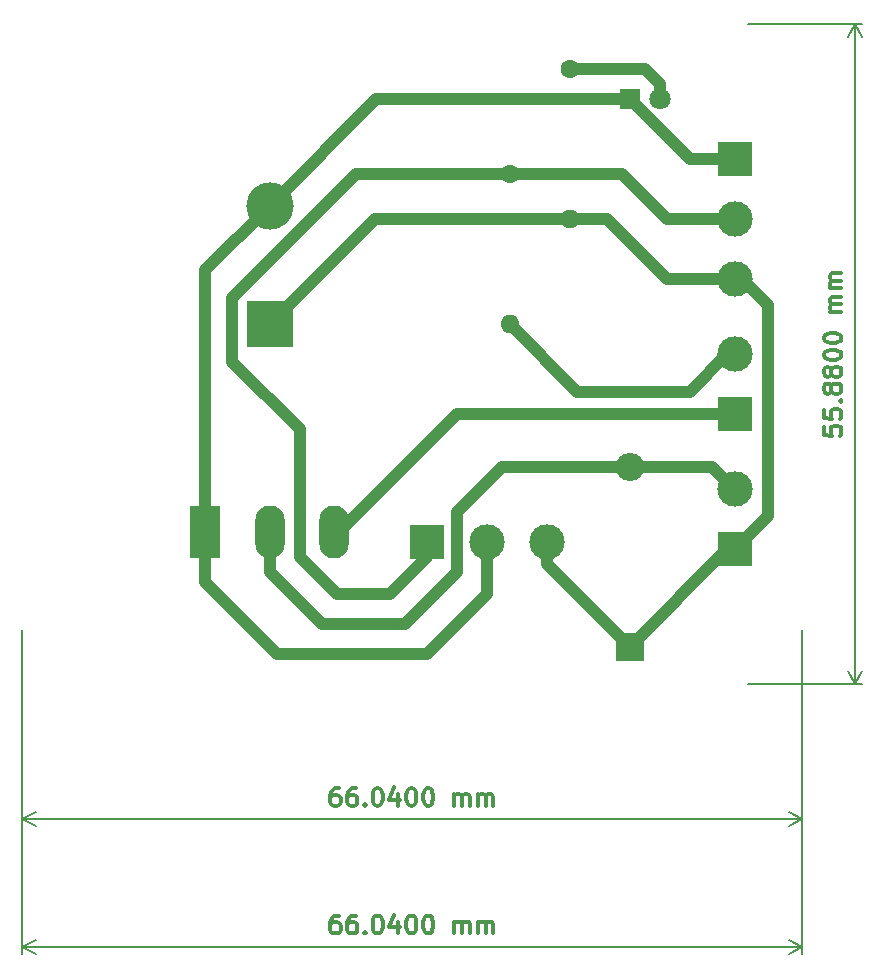
<source format=gtl>
%TF.GenerationSoftware,KiCad,Pcbnew,(6.0.9)*%
%TF.CreationDate,2022-12-04T21:38:45+11:00*%
%TF.ProjectId,Coilgun 1.3,436f696c-6775-46e2-9031-2e332e6b6963,1.3*%
%TF.SameCoordinates,Original*%
%TF.FileFunction,Copper,L1,Top*%
%TF.FilePolarity,Positive*%
%FSLAX46Y46*%
G04 Gerber Fmt 4.6, Leading zero omitted, Abs format (unit mm)*
G04 Created by KiCad (PCBNEW (6.0.9)) date 2022-12-04 21:38:45*
%MOMM*%
%LPD*%
G01*
G04 APERTURE LIST*
%ADD10C,0.300000*%
%TA.AperFunction,NonConductor*%
%ADD11C,0.300000*%
%TD*%
%TA.AperFunction,NonConductor*%
%ADD12C,0.200000*%
%TD*%
%TA.AperFunction,ComponentPad*%
%ADD13R,2.400000X2.400000*%
%TD*%
%TA.AperFunction,ComponentPad*%
%ADD14O,2.400000X2.400000*%
%TD*%
%TA.AperFunction,ComponentPad*%
%ADD15C,1.600000*%
%TD*%
%TA.AperFunction,ComponentPad*%
%ADD16O,1.600000X1.600000*%
%TD*%
%TA.AperFunction,ComponentPad*%
%ADD17R,1.800000X1.800000*%
%TD*%
%TA.AperFunction,ComponentPad*%
%ADD18C,1.800000*%
%TD*%
%TA.AperFunction,ComponentPad*%
%ADD19R,3.000000X3.000000*%
%TD*%
%TA.AperFunction,ComponentPad*%
%ADD20C,3.000000*%
%TD*%
%TA.AperFunction,ComponentPad*%
%ADD21R,4.000000X4.000000*%
%TD*%
%TA.AperFunction,ComponentPad*%
%ADD22C,4.000000*%
%TD*%
%TA.AperFunction,ComponentPad*%
%ADD23R,2.500000X4.500000*%
%TD*%
%TA.AperFunction,ComponentPad*%
%ADD24O,2.500000X4.500000*%
%TD*%
%TA.AperFunction,Conductor*%
%ADD25C,1.000000*%
%TD*%
G04 APERTURE END LIST*
D10*
D11*
X156345714Y-136443571D02*
X156060000Y-136443571D01*
X155917142Y-136515000D01*
X155845714Y-136586428D01*
X155702857Y-136800714D01*
X155631428Y-137086428D01*
X155631428Y-137657857D01*
X155702857Y-137800714D01*
X155774285Y-137872142D01*
X155917142Y-137943571D01*
X156202857Y-137943571D01*
X156345714Y-137872142D01*
X156417142Y-137800714D01*
X156488571Y-137657857D01*
X156488571Y-137300714D01*
X156417142Y-137157857D01*
X156345714Y-137086428D01*
X156202857Y-137015000D01*
X155917142Y-137015000D01*
X155774285Y-137086428D01*
X155702857Y-137157857D01*
X155631428Y-137300714D01*
X157774285Y-136443571D02*
X157488571Y-136443571D01*
X157345714Y-136515000D01*
X157274285Y-136586428D01*
X157131428Y-136800714D01*
X157060000Y-137086428D01*
X157060000Y-137657857D01*
X157131428Y-137800714D01*
X157202857Y-137872142D01*
X157345714Y-137943571D01*
X157631428Y-137943571D01*
X157774285Y-137872142D01*
X157845714Y-137800714D01*
X157917142Y-137657857D01*
X157917142Y-137300714D01*
X157845714Y-137157857D01*
X157774285Y-137086428D01*
X157631428Y-137015000D01*
X157345714Y-137015000D01*
X157202857Y-137086428D01*
X157131428Y-137157857D01*
X157060000Y-137300714D01*
X158560000Y-137800714D02*
X158631428Y-137872142D01*
X158560000Y-137943571D01*
X158488571Y-137872142D01*
X158560000Y-137800714D01*
X158560000Y-137943571D01*
X159560000Y-136443571D02*
X159702857Y-136443571D01*
X159845714Y-136515000D01*
X159917142Y-136586428D01*
X159988571Y-136729285D01*
X160060000Y-137015000D01*
X160060000Y-137372142D01*
X159988571Y-137657857D01*
X159917142Y-137800714D01*
X159845714Y-137872142D01*
X159702857Y-137943571D01*
X159560000Y-137943571D01*
X159417142Y-137872142D01*
X159345714Y-137800714D01*
X159274285Y-137657857D01*
X159202857Y-137372142D01*
X159202857Y-137015000D01*
X159274285Y-136729285D01*
X159345714Y-136586428D01*
X159417142Y-136515000D01*
X159560000Y-136443571D01*
X161345714Y-136943571D02*
X161345714Y-137943571D01*
X160988571Y-136372142D02*
X160631428Y-137443571D01*
X161560000Y-137443571D01*
X162417142Y-136443571D02*
X162560000Y-136443571D01*
X162702857Y-136515000D01*
X162774285Y-136586428D01*
X162845714Y-136729285D01*
X162917142Y-137015000D01*
X162917142Y-137372142D01*
X162845714Y-137657857D01*
X162774285Y-137800714D01*
X162702857Y-137872142D01*
X162560000Y-137943571D01*
X162417142Y-137943571D01*
X162274285Y-137872142D01*
X162202857Y-137800714D01*
X162131428Y-137657857D01*
X162060000Y-137372142D01*
X162060000Y-137015000D01*
X162131428Y-136729285D01*
X162202857Y-136586428D01*
X162274285Y-136515000D01*
X162417142Y-136443571D01*
X163845714Y-136443571D02*
X163988571Y-136443571D01*
X164131428Y-136515000D01*
X164202857Y-136586428D01*
X164274285Y-136729285D01*
X164345714Y-137015000D01*
X164345714Y-137372142D01*
X164274285Y-137657857D01*
X164202857Y-137800714D01*
X164131428Y-137872142D01*
X163988571Y-137943571D01*
X163845714Y-137943571D01*
X163702857Y-137872142D01*
X163631428Y-137800714D01*
X163560000Y-137657857D01*
X163488571Y-137372142D01*
X163488571Y-137015000D01*
X163560000Y-136729285D01*
X163631428Y-136586428D01*
X163702857Y-136515000D01*
X163845714Y-136443571D01*
X166131428Y-137943571D02*
X166131428Y-136943571D01*
X166131428Y-137086428D02*
X166202857Y-137015000D01*
X166345714Y-136943571D01*
X166560000Y-136943571D01*
X166702857Y-137015000D01*
X166774285Y-137157857D01*
X166774285Y-137943571D01*
X166774285Y-137157857D02*
X166845714Y-137015000D01*
X166988571Y-136943571D01*
X167202857Y-136943571D01*
X167345714Y-137015000D01*
X167417142Y-137157857D01*
X167417142Y-137943571D01*
X168131428Y-137943571D02*
X168131428Y-136943571D01*
X168131428Y-137086428D02*
X168202857Y-137015000D01*
X168345714Y-136943571D01*
X168560000Y-136943571D01*
X168702857Y-137015000D01*
X168774285Y-137157857D01*
X168774285Y-137943571D01*
X168774285Y-137157857D02*
X168845714Y-137015000D01*
X168988571Y-136943571D01*
X169202857Y-136943571D01*
X169345714Y-137015000D01*
X169417142Y-137157857D01*
X169417142Y-137943571D01*
D12*
X195580000Y-112260000D02*
X195580000Y-139651420D01*
X129540000Y-112260000D02*
X129540000Y-139651420D01*
X195580000Y-139065000D02*
X129540000Y-139065000D01*
X195580000Y-139065000D02*
X129540000Y-139065000D01*
X195580000Y-139065000D02*
X194453496Y-138478579D01*
X195580000Y-139065000D02*
X194453496Y-139651421D01*
X129540000Y-139065000D02*
X130666504Y-139651421D01*
X129540000Y-139065000D02*
X130666504Y-138478579D01*
D10*
D11*
X197403571Y-95042857D02*
X197403571Y-95757142D01*
X198117857Y-95828571D01*
X198046428Y-95757142D01*
X197975000Y-95614285D01*
X197975000Y-95257142D01*
X198046428Y-95114285D01*
X198117857Y-95042857D01*
X198260714Y-94971428D01*
X198617857Y-94971428D01*
X198760714Y-95042857D01*
X198832142Y-95114285D01*
X198903571Y-95257142D01*
X198903571Y-95614285D01*
X198832142Y-95757142D01*
X198760714Y-95828571D01*
X197403571Y-93614285D02*
X197403571Y-94328571D01*
X198117857Y-94400000D01*
X198046428Y-94328571D01*
X197975000Y-94185714D01*
X197975000Y-93828571D01*
X198046428Y-93685714D01*
X198117857Y-93614285D01*
X198260714Y-93542857D01*
X198617857Y-93542857D01*
X198760714Y-93614285D01*
X198832142Y-93685714D01*
X198903571Y-93828571D01*
X198903571Y-94185714D01*
X198832142Y-94328571D01*
X198760714Y-94400000D01*
X198760714Y-92900000D02*
X198832142Y-92828571D01*
X198903571Y-92900000D01*
X198832142Y-92971428D01*
X198760714Y-92900000D01*
X198903571Y-92900000D01*
X198046428Y-91971428D02*
X197975000Y-92114285D01*
X197903571Y-92185714D01*
X197760714Y-92257142D01*
X197689285Y-92257142D01*
X197546428Y-92185714D01*
X197475000Y-92114285D01*
X197403571Y-91971428D01*
X197403571Y-91685714D01*
X197475000Y-91542857D01*
X197546428Y-91471428D01*
X197689285Y-91400000D01*
X197760714Y-91400000D01*
X197903571Y-91471428D01*
X197975000Y-91542857D01*
X198046428Y-91685714D01*
X198046428Y-91971428D01*
X198117857Y-92114285D01*
X198189285Y-92185714D01*
X198332142Y-92257142D01*
X198617857Y-92257142D01*
X198760714Y-92185714D01*
X198832142Y-92114285D01*
X198903571Y-91971428D01*
X198903571Y-91685714D01*
X198832142Y-91542857D01*
X198760714Y-91471428D01*
X198617857Y-91400000D01*
X198332142Y-91400000D01*
X198189285Y-91471428D01*
X198117857Y-91542857D01*
X198046428Y-91685714D01*
X198046428Y-90542857D02*
X197975000Y-90685714D01*
X197903571Y-90757142D01*
X197760714Y-90828571D01*
X197689285Y-90828571D01*
X197546428Y-90757142D01*
X197475000Y-90685714D01*
X197403571Y-90542857D01*
X197403571Y-90257142D01*
X197475000Y-90114285D01*
X197546428Y-90042857D01*
X197689285Y-89971428D01*
X197760714Y-89971428D01*
X197903571Y-90042857D01*
X197975000Y-90114285D01*
X198046428Y-90257142D01*
X198046428Y-90542857D01*
X198117857Y-90685714D01*
X198189285Y-90757142D01*
X198332142Y-90828571D01*
X198617857Y-90828571D01*
X198760714Y-90757142D01*
X198832142Y-90685714D01*
X198903571Y-90542857D01*
X198903571Y-90257142D01*
X198832142Y-90114285D01*
X198760714Y-90042857D01*
X198617857Y-89971428D01*
X198332142Y-89971428D01*
X198189285Y-90042857D01*
X198117857Y-90114285D01*
X198046428Y-90257142D01*
X197403571Y-89042857D02*
X197403571Y-88900000D01*
X197475000Y-88757142D01*
X197546428Y-88685714D01*
X197689285Y-88614285D01*
X197975000Y-88542857D01*
X198332142Y-88542857D01*
X198617857Y-88614285D01*
X198760714Y-88685714D01*
X198832142Y-88757142D01*
X198903571Y-88900000D01*
X198903571Y-89042857D01*
X198832142Y-89185714D01*
X198760714Y-89257142D01*
X198617857Y-89328571D01*
X198332142Y-89400000D01*
X197975000Y-89400000D01*
X197689285Y-89328571D01*
X197546428Y-89257142D01*
X197475000Y-89185714D01*
X197403571Y-89042857D01*
X197403571Y-87614285D02*
X197403571Y-87471428D01*
X197475000Y-87328571D01*
X197546428Y-87257142D01*
X197689285Y-87185714D01*
X197975000Y-87114285D01*
X198332142Y-87114285D01*
X198617857Y-87185714D01*
X198760714Y-87257142D01*
X198832142Y-87328571D01*
X198903571Y-87471428D01*
X198903571Y-87614285D01*
X198832142Y-87757142D01*
X198760714Y-87828571D01*
X198617857Y-87900000D01*
X198332142Y-87971428D01*
X197975000Y-87971428D01*
X197689285Y-87900000D01*
X197546428Y-87828571D01*
X197475000Y-87757142D01*
X197403571Y-87614285D01*
X198903571Y-85328571D02*
X197903571Y-85328571D01*
X198046428Y-85328571D02*
X197975000Y-85257142D01*
X197903571Y-85114285D01*
X197903571Y-84900000D01*
X197975000Y-84757142D01*
X198117857Y-84685714D01*
X198903571Y-84685714D01*
X198117857Y-84685714D02*
X197975000Y-84614285D01*
X197903571Y-84471428D01*
X197903571Y-84257142D01*
X197975000Y-84114285D01*
X198117857Y-84042857D01*
X198903571Y-84042857D01*
X198903571Y-83328571D02*
X197903571Y-83328571D01*
X198046428Y-83328571D02*
X197975000Y-83257142D01*
X197903571Y-83114285D01*
X197903571Y-82900000D01*
X197975000Y-82757142D01*
X198117857Y-82685714D01*
X198903571Y-82685714D01*
X198117857Y-82685714D02*
X197975000Y-82614285D01*
X197903571Y-82471428D01*
X197903571Y-82257142D01*
X197975000Y-82114285D01*
X198117857Y-82042857D01*
X198903571Y-82042857D01*
D12*
X191000000Y-116840000D02*
X200611420Y-116840000D01*
X191000000Y-60960000D02*
X200611420Y-60960000D01*
X200025000Y-116840000D02*
X200025000Y-60960000D01*
X200025000Y-116840000D02*
X200025000Y-60960000D01*
X200025000Y-116840000D02*
X200611421Y-115713496D01*
X200025000Y-116840000D02*
X199438579Y-115713496D01*
X200025000Y-60960000D02*
X199438579Y-62086504D01*
X200025000Y-60960000D02*
X200611421Y-62086504D01*
D10*
D11*
X156345714Y-125648571D02*
X156060000Y-125648571D01*
X155917142Y-125720000D01*
X155845714Y-125791428D01*
X155702857Y-126005714D01*
X155631428Y-126291428D01*
X155631428Y-126862857D01*
X155702857Y-127005714D01*
X155774285Y-127077142D01*
X155917142Y-127148571D01*
X156202857Y-127148571D01*
X156345714Y-127077142D01*
X156417142Y-127005714D01*
X156488571Y-126862857D01*
X156488571Y-126505714D01*
X156417142Y-126362857D01*
X156345714Y-126291428D01*
X156202857Y-126220000D01*
X155917142Y-126220000D01*
X155774285Y-126291428D01*
X155702857Y-126362857D01*
X155631428Y-126505714D01*
X157774285Y-125648571D02*
X157488571Y-125648571D01*
X157345714Y-125720000D01*
X157274285Y-125791428D01*
X157131428Y-126005714D01*
X157060000Y-126291428D01*
X157060000Y-126862857D01*
X157131428Y-127005714D01*
X157202857Y-127077142D01*
X157345714Y-127148571D01*
X157631428Y-127148571D01*
X157774285Y-127077142D01*
X157845714Y-127005714D01*
X157917142Y-126862857D01*
X157917142Y-126505714D01*
X157845714Y-126362857D01*
X157774285Y-126291428D01*
X157631428Y-126220000D01*
X157345714Y-126220000D01*
X157202857Y-126291428D01*
X157131428Y-126362857D01*
X157060000Y-126505714D01*
X158560000Y-127005714D02*
X158631428Y-127077142D01*
X158560000Y-127148571D01*
X158488571Y-127077142D01*
X158560000Y-127005714D01*
X158560000Y-127148571D01*
X159560000Y-125648571D02*
X159702857Y-125648571D01*
X159845714Y-125720000D01*
X159917142Y-125791428D01*
X159988571Y-125934285D01*
X160060000Y-126220000D01*
X160060000Y-126577142D01*
X159988571Y-126862857D01*
X159917142Y-127005714D01*
X159845714Y-127077142D01*
X159702857Y-127148571D01*
X159560000Y-127148571D01*
X159417142Y-127077142D01*
X159345714Y-127005714D01*
X159274285Y-126862857D01*
X159202857Y-126577142D01*
X159202857Y-126220000D01*
X159274285Y-125934285D01*
X159345714Y-125791428D01*
X159417142Y-125720000D01*
X159560000Y-125648571D01*
X161345714Y-126148571D02*
X161345714Y-127148571D01*
X160988571Y-125577142D02*
X160631428Y-126648571D01*
X161560000Y-126648571D01*
X162417142Y-125648571D02*
X162560000Y-125648571D01*
X162702857Y-125720000D01*
X162774285Y-125791428D01*
X162845714Y-125934285D01*
X162917142Y-126220000D01*
X162917142Y-126577142D01*
X162845714Y-126862857D01*
X162774285Y-127005714D01*
X162702857Y-127077142D01*
X162560000Y-127148571D01*
X162417142Y-127148571D01*
X162274285Y-127077142D01*
X162202857Y-127005714D01*
X162131428Y-126862857D01*
X162060000Y-126577142D01*
X162060000Y-126220000D01*
X162131428Y-125934285D01*
X162202857Y-125791428D01*
X162274285Y-125720000D01*
X162417142Y-125648571D01*
X163845714Y-125648571D02*
X163988571Y-125648571D01*
X164131428Y-125720000D01*
X164202857Y-125791428D01*
X164274285Y-125934285D01*
X164345714Y-126220000D01*
X164345714Y-126577142D01*
X164274285Y-126862857D01*
X164202857Y-127005714D01*
X164131428Y-127077142D01*
X163988571Y-127148571D01*
X163845714Y-127148571D01*
X163702857Y-127077142D01*
X163631428Y-127005714D01*
X163560000Y-126862857D01*
X163488571Y-126577142D01*
X163488571Y-126220000D01*
X163560000Y-125934285D01*
X163631428Y-125791428D01*
X163702857Y-125720000D01*
X163845714Y-125648571D01*
X166131428Y-127148571D02*
X166131428Y-126148571D01*
X166131428Y-126291428D02*
X166202857Y-126220000D01*
X166345714Y-126148571D01*
X166560000Y-126148571D01*
X166702857Y-126220000D01*
X166774285Y-126362857D01*
X166774285Y-127148571D01*
X166774285Y-126362857D02*
X166845714Y-126220000D01*
X166988571Y-126148571D01*
X167202857Y-126148571D01*
X167345714Y-126220000D01*
X167417142Y-126362857D01*
X167417142Y-127148571D01*
X168131428Y-127148571D02*
X168131428Y-126148571D01*
X168131428Y-126291428D02*
X168202857Y-126220000D01*
X168345714Y-126148571D01*
X168560000Y-126148571D01*
X168702857Y-126220000D01*
X168774285Y-126362857D01*
X168774285Y-127148571D01*
X168774285Y-126362857D02*
X168845714Y-126220000D01*
X168988571Y-126148571D01*
X169202857Y-126148571D01*
X169345714Y-126220000D01*
X169417142Y-126362857D01*
X169417142Y-127148571D01*
D12*
X195580000Y-113530000D02*
X195580000Y-128856420D01*
X129540000Y-113530000D02*
X129540000Y-128856420D01*
X195580000Y-128270000D02*
X129540000Y-128270000D01*
X195580000Y-128270000D02*
X129540000Y-128270000D01*
X195580000Y-128270000D02*
X194453496Y-127683579D01*
X195580000Y-128270000D02*
X194453496Y-128856421D01*
X129540000Y-128270000D02*
X130666504Y-128856421D01*
X129540000Y-128270000D02*
X130666504Y-127683579D01*
D13*
%TO.P,D3,1,K*%
%TO.N,/+390v*%
X180975000Y-113665000D03*
D14*
%TO.P,D3,2,A*%
%TO.N,/Coil-*%
X180975000Y-98425000D03*
%TD*%
D15*
%TO.P,R1,1*%
%TO.N,/+5V*%
X170815000Y-73660000D03*
D16*
%TO.P,R1,2*%
%TO.N,Net-(J3-Pad2)*%
X170815000Y-86360000D03*
%TD*%
D17*
%TO.P,D1,1,K*%
%TO.N,/GND*%
X180975000Y-67310000D03*
D18*
%TO.P,D1,2,A*%
%TO.N,Net-(D1-Pad2)*%
X183515000Y-67310000D03*
%TD*%
D19*
%TO.P,J1,1,Pin_1*%
%TO.N,/GND*%
X189865000Y-72390000D03*
D20*
%TO.P,J1,2,Pin_2*%
%TO.N,/+5V*%
X189865000Y-77470000D03*
%TO.P,J1,3,Pin_3*%
%TO.N,/+390v*%
X189865000Y-82550000D03*
%TD*%
D15*
%TO.P,R2,1*%
%TO.N,Net-(D1-Pad2)*%
X175895000Y-64770000D03*
D16*
%TO.P,R2,2*%
%TO.N,/+390v*%
X175895000Y-77470000D03*
%TD*%
D19*
%TO.P,J3,1,Pin_1*%
%TO.N,Net-(D2-Pad3)*%
X189865000Y-93980000D03*
D20*
%TO.P,J3,2,Pin_2*%
%TO.N,Net-(J3-Pad2)*%
X189865000Y-88900000D03*
%TD*%
%TO.P,J4,2,Pin_2*%
%TO.N,/Coil-*%
X189865000Y-100330000D03*
D19*
%TO.P,J4,1,Pin_1*%
%TO.N,/+390v*%
X189865000Y-105410000D03*
%TD*%
D21*
%TO.P,C1,1*%
%TO.N,/+390v*%
X150495000Y-86345499D03*
D22*
%TO.P,C1,2*%
%TO.N,/GND*%
X150495000Y-76345499D03*
%TD*%
D23*
%TO.P,D2,1,K*%
%TO.N,/GND*%
X145045000Y-103960000D03*
D24*
%TO.P,D2,2,A*%
%TO.N,/Coil-*%
X150495000Y-103960000D03*
%TO.P,D2,3,G*%
%TO.N,Net-(D2-Pad3)*%
X155945000Y-103960000D03*
%TD*%
D19*
%TO.P,J2,1,Pin_1*%
%TO.N,/+5V*%
X163830000Y-104775000D03*
D20*
%TO.P,J2,2,Pin_2*%
%TO.N,/GND*%
X168910000Y-104775000D03*
%TO.P,J2,3,Pin_3*%
%TO.N,/+390v*%
X173990000Y-104775000D03*
%TD*%
D25*
%TO.N,/Coil-*%
X189865000Y-100330000D02*
X187960000Y-98425000D01*
X187960000Y-98425000D02*
X180975000Y-98425000D01*
%TO.N,Net-(D2-Pad3)*%
X156390000Y-103960000D02*
X155945000Y-103960000D01*
X166370000Y-93980000D02*
X156390000Y-103960000D01*
X189865000Y-93980000D02*
X166370000Y-93980000D01*
%TO.N,/GND*%
X163830000Y-114300000D02*
X168910000Y-109220000D01*
X145045000Y-108215000D02*
X151130000Y-114300000D01*
X145045000Y-103960000D02*
X145045000Y-108215000D01*
X151130000Y-114300000D02*
X163830000Y-114300000D01*
X168910000Y-109220000D02*
X168910000Y-104775000D01*
%TO.N,/Coil-*%
X170180000Y-98425000D02*
X180975000Y-98425000D01*
X166370000Y-107315000D02*
X166370000Y-102235000D01*
X161925000Y-111760000D02*
X166370000Y-107315000D01*
X166370000Y-102235000D02*
X170180000Y-98425000D01*
X154940000Y-111760000D02*
X161925000Y-111760000D01*
X150495000Y-107315000D02*
X154940000Y-111760000D01*
X150495000Y-103960000D02*
X150495000Y-107315000D01*
%TO.N,/+5V*%
X163830000Y-106045000D02*
X163830000Y-104775000D01*
X160655000Y-109220000D02*
X163830000Y-106045000D01*
X156210000Y-109220000D02*
X160655000Y-109220000D01*
X153035000Y-106045000D02*
X156210000Y-109220000D01*
X153035000Y-95250000D02*
X153035000Y-106045000D01*
X147320000Y-89535000D02*
X153035000Y-95250000D01*
X157780499Y-73660000D02*
X147320000Y-84120499D01*
X180340000Y-73660000D02*
X157780499Y-73660000D01*
X184150000Y-77470000D02*
X180340000Y-73660000D01*
X147320000Y-84120499D02*
X147320000Y-89535000D01*
X189865000Y-77470000D02*
X184150000Y-77470000D01*
%TO.N,/GND*%
X145045000Y-81795499D02*
X145045000Y-103960000D01*
X150495000Y-76345499D02*
X145045000Y-81795499D01*
%TO.N,/+390v*%
X192700000Y-84750000D02*
X190500000Y-82550000D01*
X190500000Y-82550000D02*
X184150000Y-82550000D01*
X184150000Y-82550000D02*
X179070000Y-77470000D01*
X179070000Y-77470000D02*
X159370499Y-77470000D01*
X192700000Y-102575000D02*
X192700000Y-84750000D01*
X159370499Y-77470000D02*
X150495000Y-86345499D01*
X189865000Y-105410000D02*
X192700000Y-102575000D01*
%TO.N,Net-(J3-Pad2)*%
X186055000Y-92075000D02*
X189230000Y-88900000D01*
X189230000Y-88900000D02*
X189865000Y-88900000D01*
X176530000Y-92075000D02*
X186055000Y-92075000D01*
X170815000Y-86360000D02*
X176530000Y-92075000D01*
%TO.N,/+390v*%
X189230000Y-105410000D02*
X189865000Y-105410000D01*
X180975000Y-113665000D02*
X189230000Y-105410000D01*
%TO.N,/GND*%
X186055000Y-72390000D02*
X189865000Y-72390000D01*
X180975000Y-67310000D02*
X186055000Y-72390000D01*
X159530499Y-67310000D02*
X180975000Y-67310000D01*
X150495000Y-76345499D02*
X159530499Y-67310000D01*
%TO.N,Net-(D1-Pad2)*%
X183515000Y-66037208D02*
X182247792Y-64770000D01*
X182247792Y-64770000D02*
X175895000Y-64770000D01*
X183515000Y-67310000D02*
X183515000Y-66037208D01*
%TO.N,/+390v*%
X173990000Y-106680000D02*
X180975000Y-113665000D01*
X173990000Y-104775000D02*
X173990000Y-106680000D01*
%TD*%
M02*

</source>
